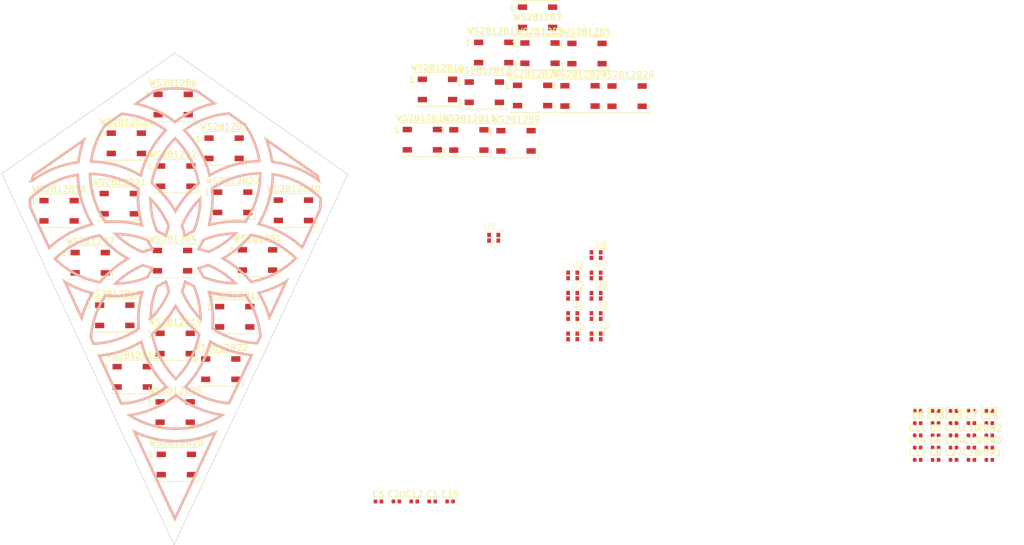
<source format=kicad_pcb>
(kicad_pcb (version 20240108) (generator "pcbnew") (generator_version "8.0")
  (layers (0 "F.Cu" signal) (31 "B.Cu" signal) (34 "B.Paste" user) (35 "F.Paste" user) (36 "B.SilkS" user "B.Silkscreen") (37 "F.SilkS" user "F.Silkscreen") (38 "B.Mask" user) (39 "F.Mask" user) (44 "Edge.Cuts" user))
  (net 0 "")
  (net 1 "GND")
  (net 2 "+5V")
  (net 3 "Data-in")
  (net 4 "Net-(WS2812B1-DOU)")
  (net 5 "Net-(WS2812B2-DOU)")
  (net 6 "Net-(WS2812B3-DOU)")
  (net 7 "Net-(WS2812B4-DOU)")
  (net 8 "Net-(WS2812B5-DOU)")
  (net 9 "Net-(WS2812B6-DOU)")
  (net 10 "Net-(U1-DOUT)")
  (net 11 "Net-(U2-DOUT)")
  (net 12 "Net-(WS2812B10-DIN)")
  (net 13 "ROW_02")
  (net 14 "Net-(WS2812B11-DOU)")
  (net 15 "Net-(WS2812B12-DOU)")
  (net 16 "Net-(WS2812B13-DOU)")
  (net 17 "Net-(WS2812B14-DOU)")
  (net 18 "Net-(WS2812B15-DOU)")
  (net 19 "Net-(WS2812B16-DOU)")
  (net 20 "Net-(WS2812B17-DOU)")
  (net 21 "Net-(WS2812B18-DOU)")
  (net 22 "Net-(WS2812B19-DOU)")
  (net 23 "ROW_03")
  (net 24 "Net-(WS2812B21-DOU)")
  (net 25 "Net-(WS2812B22-DOU)")
  (net 26 "Net-(WS2812B23-DOU)")
  (net 27 "Net-(WS2812B24-DOU)")
  (net 28 "Net-(WS2812B25-DOU)")
  (net 29 "Net-(WS2812B26-DOU)")
  (net 30 "Net-(WS2812B27-DOU)")
  (net 31 "Net-(U3-DOUT)")
  (net 32 "Net-(U4-DOUT)")
  (net 33 "Data-Out")
  (net 34 "Net-(U5-DOUT)")
  (net 35 "Net-(U6-DOUT)")
  (net 36 "Net-(U7-DOUT)")
  (net 37 "Net-(U8-DOUT)")
  (net 38 "Net-(U10-DIN)")
  (net 39 "Net-(WS2812B11-DIN)")
  (net 40 "Net-(WS2812B12-DIN)")
  (net 41 "Net-(WS2812B10-DOU)")
  (net 42 "Net-(WS2812B20-DOU)")
  (footprint "LED_SMD:LED_WS2812B_PLCC4_5.0x5.0mm_P3.2mm" (layer "F.Cu") (at 35.25 68.18)
    (property "Reference" "WS2812B16" (at 0 -3.5 0) (layer "F.SilkS"))
    (property "Value" "XL-5050RGBC-WS2812B")
    (fp_text user "1" (at -4.15 -1.6 0) (layer "F.SilkS"))
    (pad "1" smd rect (at -2.45 -1.65) (size 1.5 0.9) (layers "F.Cu" "F.Paste" "F.Mask") (net 2 "+5V"))
    (pad "2" smd rect (at -2.45 1.65) (size 1.5 0.9) (layers "F.Cu" "F.Paste" "F.Mask") (net 19 "Net-(WS2812B16-DOU)"))
    (pad "3" smd rect (at 2.45 1.65) (size 1.5 0.9) (layers "F.Cu" "F.Paste" "F.Mask") (net 1 "GND"))
    (pad "4" smd rect (at 2.45 -1.65) (size 1.5 0.9) (layers "F.Cu" "F.Paste" "F.Mask") (net 16 "Net-(WS2812B13-DOU)"))
  )
  (footprint "LED_SMD:LED_WS2812B_PLCC4_5.0x5.0mm_P3.2mm" (layer "F.Cu") (at 41.9 23.88)
    (property "Reference" "WS2812B6" (at 0 -3.5 0) (layer "F.SilkS"))
    (property "Value" "XL-5050RGBC-WS2812B")
    (fp_text user "1" (at -4.15 -1.6 0) (layer "F.SilkS"))
    (pad "1" smd rect (at -2.45 -1.65) (size 1.5 0.9) (layers "F.Cu" "F.Paste" "F.Mask") (net 2 "+5V"))
    (pad "2" smd rect (at -2.45 1.65) (size 1.5 0.9) (layers "F.Cu" "F.Paste" "F.Mask") (net 9 "Net-(WS2812B6-DOU)"))
    (pad "3" smd rect (at 2.45 1.65) (size 1.5 0.9) (layers "F.Cu" "F.Paste" "F.Mask") (net 1 "GND"))
    (pad "4" smd rect (at 2.45 -1.65) (size 1.5 0.9) (layers "F.Cu" "F.Paste" "F.Mask") (net 6 "Net-(WS2812B3-DOU)"))
  )
  (footprint "SWS-Library:XL-0807RGBC-WS2812B" (layer "F.Cu") (at 109.89 54.54)
    (property "Reference" "U8" (at 1.6 -1.35 0) (layer "F.SilkS") (effects (font (thickness 0.1))))
    (property "Value" " XL-0807RGBC-WS2812B" (hide yes))
    (pad "1" smd rect (at 1.5 0) (size 0.6 0.7) (layers "F.Cu" "F.Paste" "F.Mask") (net 2 "+5V"))
    (pad "2" smd rect (at 0 0) (size 0.6 0.7) (layers "F.Cu" "F.Paste" "F.Mask") (net 37 "Net-(U8-DOUT)"))
    (pad "3" smd rect (at 0 0.9) (size 0.6 0.7) (layers "F.Cu" "F.Paste" "F.Mask") (net 1 "GND"))
    (pad "4" smd rect (at 1.5 0.9) (size 0.6 0.7) (layers "F.Cu" "F.Paste" "F.Mask") (net 36 "Net-(U7-DOUT)"))
  )
  (footprint "LED_SMD:LED_WS2812B_PLCC4_5.0x5.0mm_P3.2mm" (layer "F.Cu") (at 42.23 62.75)
    (property "Reference" "WS2812B19" (at 0 -3.5 0) (layer "F.SilkS"))
    (property "Value" "XL-5050RGBC-WS2812B")
    (fp_text user "1" (at -4.15 -1.6 0) (layer "F.SilkS"))
    (pad "1" smd rect (at -2.45 -1.65) (size 1.5 0.9) (layers "F.Cu" "F.Paste" "F.Mask") (net 2 "+5V"))
    (pad "2" smd rect (at -2.45 1.65) (size 1.5 0.9) (layers "F.Cu" "F.Paste" "F.Mask") (net 22 "Net-(WS2812B19-DOU)"))
    (pad "3" smd rect (at 2.45 1.65) (size 1.5 0.9) (layers "F.Cu" "F.Paste" "F.Mask") (net 1 "GND"))
    (pad "4" smd rect (at 2.45 -1.65) (size 1.5 0.9) (layers "F.Cu" "F.Paste" "F.Mask") (net 19 "Net-(WS2812B16-DOU)"))
  )
  (footprint "SWS-Library:C_0402_1005Metric" (layer "F.Cu") (at 168.725 75.715)
    (property "Reference" "C18" (at 0 -1.17 0) (layer "F.SilkS"))
    (property "Value" "1uF,25V,X5R")
    (pad "1" smd roundrect (at -0.485 0) (size 0.59 0.64) (layers "F.Cu" "F.Paste" "F.Mask") (net 2 "+5V"))
    (pad "2" smd roundrect (at 0.485 0) (size 0.59 0.64) (layers "F.Cu" "F.Paste" "F.Mask") (net 1 "GND"))
  )
  (footprint "LED_SMD:LED_WS2812B_PLCC4_5.0x5.0mm_P3.2mm" (layer "F.Cu") (at 28.42 49.62)
    (property "Reference" "WS2812B7" (at 0 -3.5 0) (layer "F.SilkS"))
    (property "Value" "XL-5050RGBC-WS2812B")
    (fp_text user "1" (at -4.15 -1.6 0) (layer "F.SilkS"))
    (pad "1" smd rect (at -2.45 -1.65) (size 1.5 0.9) (layers "F.Cu" "F.Paste" "F.Mask") (net 2 "+5V"))
    (pad "2" smd rect (at -2.45 1.65) (size 1.5 0.9) (layers "F.Cu" "F.Paste" "F.Mask") (net 12 "Net-(WS2812B10-DIN)"))
    (pad "3" smd rect (at 2.45 1.65) (size 1.5 0.9) (layers "F.Cu" "F.Paste" "F.Mask") (net 1 "GND"))
    (pad "4" smd rect (at 2.45 -1.65) (size 1.5 0.9) (layers "F.Cu" "F.Paste" "F.Mask") (net 7 "Net-(WS2812B4-DOU)"))
  )
  (footprint "SWS-Library:XL-0807RGBC-WS2812B" (layer "F.Cu") (at 109.89 51.235)
    (property "Reference" "U7" (at 1.6 -1.35 0) (layer "F.SilkS") (effects (font (thickness 0.1))))
    (property "Value" " XL-0807RGBC-WS2812B" (hide yes))
    (pad "1" smd rect (at 1.5 0) (size 0.6 0.7) (layers "F.Cu" "F.Paste" "F.Mask") (net 2 "+5V"))
    (pad "2" smd rect (at 0 0) (size 0.6 0.7) (layers "F.Cu" "F.Paste" "F.Mask") (net 36 "Net-(U7-DOUT)"))
    (pad "3" smd rect (at 0 0.9) (size 0.6 0.7) (layers "F.Cu" "F.Paste" "F.Mask") (net 1 "GND"))
    (pad "4" smd rect (at 1.5 0.9) (size 0.6 0.7) (layers "F.Cu" "F.Paste" "F.Mask") (net 35 "Net-(U6-DOUT)"))
  )
  (footprint "SWS-Library:C_0402_1005Metric" (layer "F.Cu") (at 162.905 77.705)
    (property "Reference" "C11" (at 0 -1.17 0) (layer "F.SilkS"))
    (property "Value" "1uF,25V,X5R")
    (pad "1" smd roundrect (at -0.485 0) (size 0.59 0.64) (layers "F.Cu" "F.Paste" "F.Mask") (net 2 "+5V"))
    (pad "2" smd roundrect (at 0.485 0) (size 0.59 0.64) (layers "F.Cu" "F.Paste" "F.Mask") (net 1 "GND"))
  )
  (footprint "SWS-Library:C_0402_1005Metric" (layer "F.Cu") (at 78.175 88.45)
    (property "Reference" "C20" (at 0 -1.17 0) (layer "F.SilkS"))
    (property "Value" "1uF,25V,X5R")
    (pad "1" smd roundrect (at -0.485 0) (size 0.59 0.64) (layers "F.Cu" "F.Paste" "F.Mask") (net 2 "+5V"))
    (pad "2" smd roundrect (at 0.485 0) (size 0.59 0.64) (layers "F.Cu" "F.Paste" "F.Mask") (net 1 "GND"))
  )
  (footprint "SWS-Library:XL-0807RGBC-WS2812B" (layer "F.Cu") (at 106.085 51.235)
    (property "Reference" "U2" (at 1.6 -1.35 0) (layer "F.SilkS") (effects (font (thickness 0.1))))
    (property "Value" " XL-0807RGBC-WS2812B" (hide yes))
    (pad "1" smd rect (at 1.5 0) (size 0.6 0.7) (layers "F.Cu" "F.Paste" "F.Mask") (net 2 "+5V"))
    (pad "2" smd rect (at 0 0) (size 0.6 0.7) (layers "F.Cu" "F.Paste" "F.Mask") (net 11 "Net-(U2-DOUT)"))
    (pad "3" smd rect (at 0 0.9) (size 0.6 0.7) (layers "F.Cu" "F.Paste" "F.Mask") (net 1 "GND"))
    (pad "4" smd rect (at 1.5 0.9) (size 0.6 0.7) (layers "F.Cu" "F.Paste" "F.Mask") (net 10 "Net-(U1-DOUT)"))
  )
  (footprint "LOGO" (layer "F.Cu") (at 37.021649 59.936682)
    (property "Reference" "G***" (hide yes))
    (property "Value" "LOGO" (hide yes))
  )
  (footprint "LED_SMD:LED_WS2812B_PLCC4_5.0x5.0mm_P3.2mm" (layer "F.Cu") (at 100.32 22.41)
    (property "Reference" "WS2812B20" (at 0 -3.5 0) (layer "F.SilkS"))
    (property "Value" "XL-5050RGBC-WS2812B" (hide yes))
    (fp_text user "1" (at -4.15 -1.6 0) (layer "F.SilkS"))
    (pad "1" smd rect (at -2.45 -1.65) (size 1.5 0.9) (layers "F.Cu" "F.Paste" "F.Mask") (net 2 "+5V"))
    (pad "2" smd rect (at -2.45 1.65) (size 1.5 0.9) (layers "F.Cu" "F.Paste" "F.Mask") (net 42 "Net-(WS2812B20-DOU)"))
    (pad "3" smd rect (at 2.45 1.65) (size 1.5 0.9) (layers "F.Cu" "F.Paste" "F.Mask") (net 1 "GND"))
    (pad "4" smd rect (at 2.45 -1.65) (size 1.5 0.9) (layers "F.Cu" "F.Paste" "F.Mask") (net 20 "Net-(WS2812B17-DOU)"))
  )
  (footprint "LED_SMD:LED_WS2812B_PLCC4_5.0x5.0mm_P3.2mm" (layer "F.Cu") (at 101.52 15.52)
    (property "Reference" "WS2812B8" (at 0 -3.5 0) (layer "F.SilkS"))
    (property "Value" "XL-5050RGBC-WS2812B")
    (fp_text user "1" (at -4.15 -1.6 0) (layer "F.SilkS"))
    (pad "1" smd rect (at -2.45 -1.65) (size 1.5 0.9) (layers "F.Cu" "F.Paste" "F.Mask") (net 2 "+5V"))
    (pad "2" smd rect (at -2.45 1.65) (size 1.5 0.9) (layers "F.Cu" "F.Paste" "F.Mask") (net 39 "Net-(WS2812B11-DIN)"))
    (pad "3" smd rect (at 2.45 1.65) (size 1.5 0.9) (layers "F.Cu" "F.Paste" "F.Mask") (net 1 "GND"))
    (pad "4" smd rect (at 2.45 -1.65) (size 1.5 0.9) (layers "F.Cu" "F.Paste" "F.Mask") (net 8 "Net-(WS2812B5-DOU)"))
  )
  (footprint "SWS-Library:XL-0807RGBC-WS2812B" (layer "F.Cu") (at 106.085 57.845)
    (property "Reference" "U4" (at 1.6 -1.35 0) (layer "F.SilkS") (effects (font (thickness 0.1))))
    (property "Value" " XL-0807RGBC-WS2812B" (hide yes))
    (pad "1" smd rect (at 1.5 0) (size 0.6 0.7) (layers "F.Cu" "F.Paste" "F.Mask") (net 2 "+5V"))
    (pad "2" smd rect (at 0 0) (size 0.6 0.7) (layers "F.Cu" "F.Paste" "F.Mask") (net 32 "Net-(U4-DOUT)"))
    (pad "3" smd rect (at 0 0.9) (size 0.6 0.7) (layers "F.Cu" "F.Paste" "F.Mask") (net 1 "GND"))
    (pad "4" smd rect (at 1.5 0.9) (size 0.6 0.7) (layers "F.Cu" "F.Paste" "F.Mask") (net 31 "Net-(U3-DOUT)"))
  )
  (footprint "SWS-Library:C_0402_1005Metric" (layer "F.Cu") (at 165.815 77.705)
    (property "Reference" "C3" (at 0 -1.17 0) (layer "F.SilkS"))
    (property "Value" "1uF,25V,X5R")
    (pad "1" smd roundrect (at -0.485 0) (size 0.59 0.64) (layers "F.Cu" "F.Paste" "F.Mask") (net 2 "+5V"))
    (pad "2" smd roundrect (at 0.485 0) (size 0.59 0.64) (layers "F.Cu" "F.Paste" "F.Mask") (net 1 "GND"))
  )
  (footprint "SWS-Library:C_0402_1005Metric" (layer "F.Cu") (at 168.725 79.695)
    (property "Reference" "C24" (at 0 -1.17 0) (layer "F.SilkS"))
    (property "Value" "1uF,25V,X5R")
    (pad "1" smd roundrect (at -0.485 0) (size 0.59 0.64) (layers "F.Cu" "F.Paste" "F.Mask") (net 2 "+5V"))
    (pad "2" smd roundrect (at 0.485 0) (size 0.59 0.64) (layers "F.Cu" "F.Paste" "F.Mask") (net 1 "GND"))
  )
  (footprint "SWS-Library:C_0402_1005Metric" (layer "F.Cu") (at 171.635 73.725)
    (property "Reference" "C4" (at 0 0 0) (layer "F.SilkS"))
    (property "Value" "1uF,25V,X5R")
    (pad "1" smd roundrect (at -0.485 0) (size 0.59 0.64) (layers "F.Cu" "F.Paste" "F.Mask") (net 2 "+5V"))
    (pad "2" smd roundrect (at 0.485 0) (size 0.59 0.64) (layers "F.Cu" "F.Paste" "F.Mask") (net 1 "GND"))
  )
  (footprint "SWS-Library:C_0402_1005Metric" (layer "F.Cu") (at 162.905 73.725)
    (property "Reference" "C2" (at 0 0 0) (layer "F.SilkS"))
    (property "Value" "1uF,25V,X5R")
    (pad "1" smd roundrect (at -0.485 0) (size 0.59 0.64) (layers "F.Cu" "F.Paste" "F.Mask") (net 2 "+5V"))
    (pad "2" smd roundrect (at 0.485 0) (size 0.59 0.64) (layers "F.Cu" "F.Paste" "F.Mask") (net 1 "GND"))
  )
  (footprint "SWS-Library:C_0402_1005Metric" (layer "F.Cu") (at 174.545 77.705)
    (property "Reference" "ROW2" (at 0 -1.17 0) (layer "F.SilkS"))
    (property "Value" "10uF,10V,X5R ")
    (pad "1" smd roundrect (at -0.485 0) (size 0.59 0.64) (layers "F.Cu" "F.Paste" "F.Mask") (net 1 "GND"))
    (pad "2" smd roundrect (at 0.485 0) (size 0.59 0.64) (layers "F.Cu" "F.Paste" "F.Mask") (net 2 "+5V"))
  )
  (footprint "LED_SMD:LED_WS2812B_PLCC4_5.0x5.0mm_P3.2mm" (layer "F.Cu") (at 41.8 49.28)
    (property "Reference" "WS2812B4" (at 0 -3.5 0) (layer "F.SilkS"))
    (property "Value" "XL-5050RGBC-WS2812B")
    (fp_text user "1" (at -4.15 -1.6 0) (layer "F.SilkS"))
    (pad "1" smd rect (at -2.45 -1.65) (size 1.5 0.9) (layers "F.Cu" "F.Paste" "F.Mask") (net 2 "+5V"))
    (pad "2" smd rect (at -2.45 1.65) (size 1.5 0.9) (layers "F.Cu" "F.Paste" "F.Mask") (net 7 "Net-(WS2812B4-DOU)"))
    (pad "3" smd rect (at 2.45 1.65) (size 1.5 0.9) (layers "F.Cu" "F.Paste" "F.Mask") (net 1 "GND"))
    (pad "4" smd rect (at 2.45 -1.65) (size 1.5 0.9) (layers "F.Cu" "F.Paste" "F.Mask") (net 4 "Net-(WS2812B1-DOU)"))
  )
  (footprint "SWS-Library:XL-0807RGBC-WS2812B" (layer "F.Cu") (at 109.89 61.15)
    (property "Reference" "U10" (at 1.6 -1.35 0) (layer "F.SilkS") (effects (font (thickness 0.1))))
    (property "Value" " XL-0807RGBC-WS2812B" (hide yes))
    (pad "1" smd rect (at 1.5 0) (size 0.6 0.7) (layers "F.Cu" "F.Paste" "F.Mask") (net 2 "+5V"))
    (pad "2" smd rect (at 0 0) (size 0.6 0.7) (layers "F.Cu" "F.Paste" "F.Mask") (net 13 "ROW_02"))
    (pad "3" smd rect (at 0 0.9) (size 0.6 0.7) (layers "F.Cu" "F.Paste" "F.Mask") (net 1 "GND"))
    (pad "4" smd rect (at 1.5 0.9) (size 0.6 0.7) (layers "F.Cu" "F.Paste" "F.Mask") (net 38 "Net-(U10-DIN)"))
  )
  (footprint "SWS-Library:XL-0807RGBC-WS2812B" (layer "F.Cu") (at 109.89 57.845)
    (property "Reference" "U9" (at 1.6 -1.35 0) (layer "F.SilkS") (effects (font (thickness 0.1))))
    (property "Value" " XL-0807RGBC-WS2812B" (hide yes))
    (pad "1" smd rect (at 1.5 0) (size 0.6 0.7) (layers "F.Cu" "F.Paste" "F.Mask") (net 2 "+5V"))
    (pad "2" smd rect (at 0 0) (size 0.6 0.7) (layers "F.Cu" "F.Paste" "F.Mask") (net 38 "Net-(U10-DIN)"))
    (pad "3" smd rect (at 0 0.9) (size 0.6 0.7) (layers "F.Cu" "F.Paste" "F.Mask") (net 1 "GND"))
    (pad "4" smd rect (at 1.5 0.9) (size 0.6 0.7) (layers "F.Cu" "F.Paste" "F.Mask") (net 37 "Net-(U8-DOUT)"))
  )
  (footprint "LED_SMD:LED_WS2812B_PLCC4_5.0x5.0mm_P3.2mm" (layer "F.Cu") (at 50.18 31)
    (property "Reference" "WS2812B3" (at 0 -3.5 0) (layer "F.SilkS"))
    (property "Value" "XL-5050RGBC-WS2812B")
    (fp_text user "1" (at -4.15 -1.6 0) (layer "F.SilkS"))
    (pad "1" smd rect (at -2.45 -1.65) (size 1.5 0.9) (layers "F.Cu" "F.Paste" "F.Mask") (net 2 "+5V"))
    (pad "2" smd rect (at -2.45 1.65) (size 1.5 0.9) (layers "F.Cu" "F.Paste" "F.Mask") (net 6 "Net-(WS2812B3-DOU)"))
    (pad "3" smd rect (at 2.45 1.65) (size 1.5 0.9) (layers "F.Cu" "F.Paste" "F.Mask") (net 1 "GND"))
    (pad "4" smd rect (at 2.45 -1.65) (size 1.5 0.9) (layers "F.Cu" "F.Paste" "F.Mask") (net 13 "ROW_02"))
  )
  (footprint "SWS-Library:XL-0807RGBC-WS2812B" (layer "F.Cu") (at 109.89 47.93)
    (property "Reference" "U6" (at 1.6 -1.35 0) (layer "F.SilkS") (effects (font (thickness 0.1))))
    (property "Value" " XL-0807RGBC-WS2812B" (hide yes))
    (pad "1" smd rect (at 1.5 0) (size 0.6 0.7) (layers "F.Cu" "F.Paste" "F.Mask") (net 2 "+5V"))
    (pad "2" smd rect (at 0 0) (size 0.6 0.7) (layers "F.Cu" "F.Paste" "F.Mask") (net 35 "Net-(U6-DOUT)"))
    (pad "3" smd rect (at 0 0.9) (size 0.6 0.7) (layers "F.Cu" "F.Paste" "F.Mask") (net 1 "GND"))
    (pad "4" smd rect (at 1.5 0.9) (size 0.6 0.7) (layers "F.Cu" "F.Paste" "F.Mask") (net 34 "Net-(U5-DOUT)"))
  )
  (footprint "SWS-Library:C_0402_1005Metric" (layer "F.Cu") (at 174.545 79.695)
    (property "Reference" "ROW3" (at 0 -1.17 0) (layer "F.SilkS"))
    (property "Value" "10uF,10V,X5R ")
    (pad "1" smd roundrect (at -0.485 0) (size 0.59 0.64) (layers "F.Cu" "F.Paste" "F.Mask") (net 1 "GND"))
    (pad "2" smd roundrect (at 0.485 0) (size 0.59 0.64) (layers "F.Cu" "F.Paste" "F.Mask") (net 2 "+5V"))
  )
  (footprint "LED_SMD:LED_WS2812B_PLCC4_5.0x5.0mm_P3.2mm" (layer "F.Cu") (at 108.02 22.48)
    (property "Reference" "WS2812B23" (at 0 -3.5 0) (layer "F.SilkS"))
    (property "Value" "XL-5050RGBC-WS2812B")
    (fp_text user "1" (at -4.15 -1.6 0) (layer "F.SilkS"))
    (pad "1" smd rect (at -2.45 -1.65) (size 1.5 0.9) (layers "F.Cu" "F.Paste" "F.Mask") (net 2 "+5V"))
    (pad "2" smd rect (at -2.45 1.65) (size 1.5 0.9) (layers "F.Cu" "F.Paste" "F.Mask") (net 26 "Net-(WS2812B23-DOU)"))
    (pad "3" smd rect (at 2.45 1.65) (size 1.5 0.9) (layers "F.Cu" "F.Paste" "F.Mask") (net 1 "GND"))
    (pad "4" smd rect (at 2.45 -1.65) (size 1.5 0.9) (layers "F.Cu" "F.Paste" "F.Mask") (net 42 "Net-(WS2812B20-DOU)"))
  )
  (footprint "SWS-Library:C_0402_1005Metric" (layer "F.Cu") (at 165.815 81.685)
    (property "Reference" "C9" (at 0 -1.17 0) (layer "F.SilkS"))
    (property "Value" "1uF,25V,X5R")
    (pad "1" smd roundrect (at -0.485 0) (size 0.59 0.64) (layers "F.Cu" "F.Paste" "F.Mask") (net 2 "+5V"))
    (pad "2" smd roundrect (at 0.485 0) (size 0.59 0.64) (layers "F.Cu" "F.Paste" "F.Mask") (net 1 "GND"))
  )
  (footprint "LED_SMD:LED_WS2812B_PLCC4_5.0x5.0mm_P3.2mm" (layer "F.Cu") (at 109.16 15.59)
    (property "Reference" "WS2812B5" (at 0 -3.5 0) (layer "F.SilkS"))
    (property "Value" "XL-5050RGBC-WS2812B")
    (fp_text user "1" (at -4.15 -1.6 0) (layer "F.SilkS"))
    (pad "1" smd rect (at -2.45 -1.65) (size 1.5 0.9) (layers "F.Cu" "F.Paste" "F.Mask") (net 2 "+5V"))
    (pad "2" smd rect (at -2.45 1.65) (size 1.5 0.9) (layers "F.Cu" "F.Paste" "F.Mask") (net 8 "Net-(WS2812B5-DOU)"))
    (pad "3" smd rect (at 2.45 1.65) (size 1.5 0.9) (layers "F.Cu" "F.Paste" "F.Mask") (net 1 "GND"))
    (pad "4" smd rect (at 2.45 -1.65) (size 1.5 0.9) (layers "F.Cu" "F.Paste" "F.Mask") (net 5 "Net-(WS2812B2-DOU)"))
  )
  (footprint "LED_SMD:LED_WS2812B_PLCC4_5.0x5.0mm_P3.2mm" (layer "F.Cu") (at 23.36 41.16)
    (property "Reference" "WS2812B18" (at 0 -3.5 0) (layer "F.SilkS"))
    (property "Value" "XL-5050RGBC-WS2812B")
    (fp_text user "1" (at -4.15 -1.6 0) (layer "F.SilkS"))
    (pad "1" smd rect (at -2.45 -1.65) (size 1.5 0.9) (layers "F.Cu" "F.Paste" "F.Mask") (net 2 "+5V"))
    (pad "2" smd rect (at -2.45 1.65) (size 1.5 0.9) (layers "F.Cu" "F.Paste" "F.Mask") (net 21 "Net-(WS2812B18-DOU)"))
    (pad "3" smd rect (at 2.45 1.65) (size 1.5 0.9) (layers "F.Cu" "F.Paste" "F.Mask") (net 1 "GND"))
    (pad "4" smd rect (at 2.45 -1.65) (size 1.5 0.9) (layers "F.Cu" "F.Paste" "F.Mask") (net 18 "Net-(WS2812B15-DOU)"))
  )
  (footprint "SWS-Library:C_0402_1005Metric" (layer "F.Cu") (at 162.905 79.695)
    (property "Reference" "C14" (at 0 -1.17 0) (layer "F.SilkS"))
    (property "Value" "1uF,25V,X5R")
    (pad "1" smd roundrect (at -0.485 0) (size 0.59 0.64) (layers "F.Cu" "F.Paste" "F.Mask") (net 2 "+5V"))
    (pad "2" smd roundrect (at 0.485 0) (size 0.59 0.64) (layers "F.Cu" "F.Paste" "F.Mask") (net 1 "GND"))
  )
  (footprint "SWS-Library:XL-0807RGBC-WS2812B" (layer "F.Cu") (at 106.085 61.15)
    (property "Reference" "U5" (at 1.6 -1.35 0) (layer "F.SilkS") (effects (font (thickness 0.1))))
    (property "Value" " XL-0807RGBC-WS2812B" (hide yes))
    (pad "1" smd rect (at 1.5 0) (size 0.6 0.7) (layers "F.Cu" "F.Paste" "F.Mask") (net 2 "+5V"))
    (pad "2" smd rect (at 0 0) (size 0.6 0.7) (layers "F.Cu" "F.Paste" "F.Mask") (net 34 "Net-(U5-DOUT)"))
    (pad "3" smd rect (at 0 0.9) (size 0.6 0.7) (layers "F.Cu" "F.Paste" "F.Mask") (net 1 "GND"))
    (pad "4" smd rect (at 1.5 0.9) (size 0.6 0.7) (layers "F.Cu" "F.Paste" "F.Mask") (net 32 "Net-(U4-DOUT)"))
  )
  (footprint "LED_SMD:LED_WS2812B_PLCC4_5.0x5.0mm_P3.2mm" (layer "F.Cu") (at 42.42 82.44)
    (property "Reference" "WS2812B28" (at 0 -3.5 0) (layer "F.SilkS"))
    (property "Value" "XL-5050RGBC-WS2812B")
    (fp_text user "1" (at -4.15 -1.6 0) (layer "F.SilkS"))
    (pad "1" smd rect (at -2.45 -1.65) (size 1.5 0.9) (layers "F.Cu" "F.Paste" "F.Mask") (net 2 "+5V"))
    (pad "2" smd rect (at -2.45 1.65) (size 1.5 0.9) (layers "F.Cu" "F.Paste" "F.Mask") (net 33 "Data-Out"))
    (pad "3" smd rect (at 2.45 1.65) (size 1.5 0.9) (layers "F.Cu" "F.Paste" "F.Mask") (net 1 "GND"))
    (pad "4" smd rect (at 2.45 -1.65) (size 1.5 0.9) (layers "F.Cu" "F.Paste" "F.Mask") (net 28 "Net-(WS2812B25-DOU)"))
  )
  (footprint "LED_SMD:LED_WS2812B_PLCC4_5.0x5.0mm_P3.2mm" (layer "F.Cu") (at 94 15.42)
    (property "Reference" "WS2812B11" (at 0 -3.5 0) (layer "F.SilkS"))
    (property "Value" "XL-5050RGBC-WS2812B")
    (fp_text user "1" (at -4.15 -1.6 0) (layer "F.SilkS"))
    (pad "1" smd rect (at -2.45 -1.65) (size 1.5 0.9) (layers "F.Cu" "F.Paste" "F.Mask") (net 2 "+5V"))
    (pad "2" smd rect (at -2.45 1.65) (size 1.5 0.9) (layers "F.Cu" "F.Paste" "F.Mask") (net 14 "Net-(WS2812B11-DOU)"))
    (pad "3" smd rect (at 2.45 1.65) (size 1.5 0.9) (layers "F.Cu" "F.Paste" "F.Mask") (net 1 "GND"))
    (pad "4" smd rect (at 2.45 -1.65) (size 1.5 0.9) (layers "F.Cu" "F.Paste" "F.Mask") (net 39 "Net-(WS2812B11-DIN)"))
  )
  (footprint "SWS-Library:C_0402_1005Metric" (layer "F.Cu") (at 81.085 88.45)
    (property "Reference" "C12" (at 0 -1.17 0) (layer "F.SilkS"))
    (property "Value" "1uF,25V,X5R")
    (pad "1" smd roundrect (at -0.485 0) (size 0.59 0.64) (layers "F.Cu" "F.Paste" "F.Mask") (net 2 "+5V"))
    (pad "2" smd roundrect (at 0.485 0) (size 0.59 0.64) (layers "F.Cu" "F.Paste" "F.Mask") (net 1 "GND"))
  )
  (footprint "LED_SMD:LED_WS2812B_PLCC4_5.0x5.0mm_P3.2mm" (layer "F.Cu") (at 32.41 58.17)
    (property "Reference" "WS2812B10" (at 0 -3.5 0) (layer "F.SilkS"))
    (property "Value" "XL-5050RGBC-WS2812B")
    (fp_text user "1" (at -4.15 -1.6 0) (layer "F.SilkS"))
    (pad "1" smd rect (at -2.45 -1.65) (size 1.5 0.9) (layers "F.Cu" "F.Paste" "F.Mask") (net 2 "+5V"))
    (pad "2" smd rect (at -2.45 1.65) (size 1.5 0.9) (layers "F.Cu" "F.Paste" "F.Mask") (net 41 "Net-(WS2812B10-DOU)"))
    (pad "3" smd rect (at 2.45 1.65) (size 1.5 0.9) (layers "F.Cu" "F.Paste" "F.Mask") (net 1 "GND"))
    (pad "4" smd rect (at 2.45 -1.65) (size 1.5 0.9) (layers "F.Cu" "F.Paste" "F.Mask") (net 12 "Net-(WS2812B10-DIN)"))
  )
  (footprint "LED_SMD:LED_WS2812B_PLCC4_5.0x5.0mm_P3.2mm" (layer "F.Cu") (at 97.62 29.79)
    (property "Reference" "WS2812B9" (at 0 -3.5 0) (layer "F.SilkS"))
    (property "Value" "XL-5050RGBC-WS2812B")
    (fp_text user "1" (at -4.15 -1.6 0) (layer "F.SilkS"))
    (pad "1" smd rect (at -2.45 -1.65) (size 1.5 0.9) (layers "F.Cu" "F.Paste" "F.Mask") (net 2 "+5V"))
    (pad "2" smd rect (at -2.45 1.65) (size 1.5 0.9) (layers "F.Cu" "F.Paste" "F.Mask") (net 40 "Net-(WS2812B12-DIN)"))
    (pad "3" smd rect (at 2.45 1.65) (size 1.5 0.9) (layers "F.Cu" "F.Paste" "F.Mask") (net 1 "GND"))
    (pad "4" smd rect (at 2.45 -1.65) (size 1.5 0.9) (layers "F.Cu" "F.Paste" "F.Mask") (net 9 "Net-(WS2812B6-DOU)"))
  )
  (footprint "LED_SMD:LED_WS2812B_PLCC4_5.0x5.0mm_P3.2mm" (layer "F.Cu") (at 115.67 22.52)
    (property "Reference" "WS2812B26" (at 0 -3.5 0) (layer "F.SilkS"))
    (property "Value" "XL-5050RGBC-WS2812B")
    (fp_text user "1" (at -4.15 -1.6 0) (layer "F.SilkS"))
    (pad "1" smd rect (at -2.45 -1.65) (size 1.5 0.9) (layers "F.Cu" "F.Paste" "F.Mask") (net 2 "+5V"))
    (pad "2" smd rect (at -2.45 1.65) (size 1.5 0.9) (layers "F.Cu" "F.Paste" "F.Mask") (net 29 "Net-(WS2812B26-DOU)"))
    (pad "3" smd rect (at 2.45 1.65) (size 1.5 0.9) (layers "F.Cu" "F.Paste" "F.Mask") (net 1 "GND"))
    (pad "4" smd rect (at 2.45 -1.65) (size 1.5 0.9) (layers "F.Cu" "F.Paste" "F.Mask") (net 26 "Net-(WS2812B23-DOU)"))
  )
  (footprint "SWS-Library:C_0402_1005Metric" (layer "F.Cu") (at 174.545 81.685)
    (property "Reference" "ROW1" (at 0 -1.17 0) (layer "F.SilkS"))
    (property "Value" "10uF,10V,X5R ")
    (pad "1" smd roundrect (at -0.485 0) (size 0.59 0.64) (layers "F.Cu" "F.Paste" "F.Mask") (net 1 "GND"))
    (pad "2" smd roundrect (at 0.485 0) (size 0.59 0.64) (layers "F.Cu" "F.Paste" "F.Mask") (net 2 "+5V"))
  )
  (footprint "LED_SMD:LED_WS2812B_PLCC4_5.0x5.0mm_P3.2mm" (layer "F.Cu") (at 55.62 49.17)
    (property "Reference" "WS2812B1" (at 0 -3.5 0) (layer "F.SilkS"))
    (property "Value" "XL-5050RGBC-WS2812B")
    (fp_text user "1" (at -4.15 -1.6 0) (layer "F.SilkS"))
    (pad "1" smd rect (at -2.45 -1.65) (size 1.5 0.9) (layers "F.Cu" "F.Paste" "F.Mask") (net 2 "+5V"))
    (pad "2" smd rect (at -2.45 1.65) (size 1.5 0.9) (layers "F.Cu" "F.Paste" "F.Mask") (net 4 "Net-(WS2812B1-DOU)"))
    (pad "3" smd rect (at 2.45 1.65) (size 1.5 0.9) (layers "F.Cu" "F.Paste" "F.Mask") (net 1 "GND"))
    (pad "4" smd rect (at 2.45 -1.65) (size 1.5 0.9) (layers "F.Cu" "F.Paste" "F.Mask") (net 23 "ROW_03"))
  )
  (footprint "LED_SMD:LED_WS2812B_PLCC4_5.0x5.0mm_P3.2mm" (layer "F.Cu") (at 84.86 21.43)
    (property "Reference" "WS2812B14" (at 0 -3.5 0) (layer "F.SilkS"))
    (property "Value" "XL-5050RGBC-WS2812B")
    (fp_text user "1" (at -4.15 -1.6 0) (layer "F.SilkS"))
    (pad "1" smd rect (at -2.45 -1.65) (size 1.5 0.9) (layers "F.Cu" "F.Paste" "F.Mask") (net 2 "+5V"))
    (pad "2" smd rect (at -2.45 1.65) (size 1.5 0.9) (layers "F.Cu" "F.Paste" "F.Mask") (net 17 "Net-(WS2812B14-DOU)"))
    (pad "3" smd rect (at 2.45 1.65) (size 1.5 0.9) (layers "F.Cu" "F.Paste" "F.Mask") (net 1 "GND"))
    (pad "4" smd rect (at 2.45 -1.65) (size 1.5 0.9) (layers "F.Cu" "F.Paste" "F.Mask") (net 14 "Net-(WS2812B11-DOU)"))
  )
  (footprint "LED_SMD:LED_WS2812B_PLCC4_5.0x5.0mm_P3.2mm" (layer "F.Cu") (at 42.23 73.91)
    (property "Reference" "WS2812B25" (at 0 -3.5 0) (layer "F.SilkS"))
    (property "Value" "XL-5050RGBC-WS2812B")
    (fp_text user "1" (at -4.15 -1.6 0) (layer "F.SilkS"))
    (pad "1" smd rect (at -2.45 -1.65) (size 1.5 0.9) (layers "F.Cu" "F.Paste" "F.Mask") (net 2 "+5V"))
    (pad "2" smd rect (at -2.45 1.65) (size 1.5 0.9) (layers "F.Cu" "F.Paste" "F.Mask") (net 28 "Net-(WS2812B25-DOU)"))
    (pad "3" smd rect (at 2.45 1.65) (size 1.5 0.9) (layers "F.Cu" "F.Paste" "F.Mask") (net 1 "GND"))
    (pad "4" smd rect (at 2.45 -1.65) (size 1.5 0.9) (layers "F.Cu" "F.Paste" "F.Mask") (net 25 "Net-(WS2812B22-DOU)"))
  )
  (footprint "LED_SMD:LED_WS2812B_PLCC4_5.0x5.0mm_P3.2mm" (layer "F.Cu") (at 101.12 9.69)
    (property "Reference" "WS2812B2" (at 0 0 0) (layer "F.SilkS"))
    (property "Value" "XL-5050RGBC-WS2812B" (hide yes))
    (fp_text user "1" (at -4.15 -1.6 0) (layer "F.SilkS"))
    (pad "1" smd rect (at -2.45 -1.65) (size 1.5 0.9) (layers "F.Cu" "F.Paste" "F.Mask") (net 2 "+5V"))
    (pad "2" smd rect (at -2.45 1.65) (size 1.5 0.9) (layers "F.Cu" "F.Paste" "F.Mask") (net 5 "Net-(WS2812B2-DOU)"))
    (pad "3" smd rect (at 2.45 1.65) (size 1.5 0.9) (layers "F.Cu" "F.Paste" "F.Mask") (net 1 "GND"))
    (pad "4" smd rect (at 2.45 -1.65) (size 1.5 0.9) (layers "F.Cu" "F.Paste" "F.Mask") (net 3 "Data-in"))
  )
  (footprint "LED_SMD:LED_WS2812B_PLCC4_5.0x5.0mm_P3.2mm" (layer "F.Cu") (at 82.4 29.6)
    (property "Reference" "WS2812B15" (at 0 -3.5 0) (layer "F.SilkS"))
    (property "Value" "XL-5050RGBC-WS2812B")
    (fp_text user "1" (at -4.15 -1.6 0) (layer "F.SilkS"))
    (pad "1" smd rect (at -2.45 -1.65) (size 1.5 0.9) (layers "F.Cu" "F.Paste" "F.Mask") (net 2 "+5V"))
    (pad "2" smd rect (at -2.45 1.65) (size 1.5 0.9) (layers "F.Cu" "F.Paste" "F.Mask") (net 18 "Net-(WS2812B15-DOU)"))
    (pad "3" smd rect (at 2.45 1.65) (size 1.5 0.9) (layers "F.Cu" "F.Paste" "F.Mask") (net 1 "GND"))
    (pad "4" smd rect (at 2.45 -1.65) (size 1.5 0.9) (layers "F.Cu" "F.Paste" "F.Mask") (net 15 "Net-(WS2812B12-DOU)"))
  )
  (footprint "SWS-Library:C_0402_1005Metric" (layer "F.Cu") (at 174.545 75.715)
    (property "Reference" "C25" (at 0 -1.17 0) (layer "F.SilkS"))
    (property "Value" "1uF,25V,X5R")
    (pad "1" smd roundrect (at -0.485 0) (size 0.59 0.64) (layers "F.Cu" "F.Paste" "F.Mask") (net 2 "+5V"))
    (pad "2" smd roundrect (at 0.485 0) (size 0.59 0.64) (layers "F.Cu" "F.Paste" "F.Mask") (net 1 "GND"))
  )
  (footprint "LED_SMD:LED_WS2812B_PLCC4_5.0x5.0mm_P3.2mm" (layer "F.Cu") (at 34.29 30.19)
    (property "Reference" "WS2812B29" (at 0 -3.5 0) (layer "F.SilkS"))
    (property "Value" "XL-5050RGBC-WS2812B")
    (fp_text user "1" (at -4.15 -1.6 0) (layer "F.SilkS"))
    (pad "1" smd rect (at -2.45 -1.65) (size 1.5 0.9) (layers "F.Cu" "F.Paste" "F.Mask") (net 2 "+5V"))
    (pad "2" smd rect (at -2.45 1.65) (size 1.5 0.9) (layers "F.Cu" "F.Paste" "F.Mask") (net 13 "ROW_02"))
    (pad "3" smd rect (at 2.45 1.65) (size 1.5 0.9) (layers "F.Cu" "F.Paste" "F.Mask") (net 1 "GND"))
    (pad "4" smd rect (at 2.45 -1.65) (size 1.5 0.9) (layers "F.Cu" "F.Paste" "F.Mask") (net 29 "Net-(WS2812B26-DOU)"))
  )
  (footprint "SWS-Library:C_0402_1005Metric" (layer "F.Cu") (at 171.635 81.685)
    (property "Reference" "C16" (at 0 -1.17 0) (layer "F.SilkS"))
    (property "Value" "1uF,25V,X5R")
    (pad "1" smd roundrect (at -0.485 0) (size 0.59 0.64) (layers "F.Cu" "F.Paste" "F.Mask") (net 2 "+5V"))
    (pad "2" smd roundrect (at 0.485 0) (size 0.59 0.64) (layers "F.Cu" "F.Paste" "F.Mask") (net 1 "GND"))
  )
  (footprint "SWS-Library:C_0402_1005Metric" (layer "F.Cu") (at 171.635 75.715)
    (property "Reference" "C7" (at 0 -1.17 0) (layer "F.SilkS"))
    (property "Value" "1uF,25V,X5R")
    (pad "1" smd roundrect (at -0.485 0) (size 0.59 0.64) (layers "F.Cu" "F.Paste" "F.Mask") (net 2 "+5V"))
    (pad "2" smd roundrect (at 0.485 0) (size 0.59 0.64) (layers "F.Cu" "F.Paste" "F.Mask") (net 1 "GND"))
  )
  (footprint "SWS-Library:C_0402_1005Metric" (layer "F.Cu") (at 171.635 79.695)
    (property "Reference" "C13" (at 0 -1.17 0) (layer "F.SilkS"))
    (property "Value" "1uF,25V,X5R")
    (pad "1" smd roundrect (at -0.485 0) (size 0.59 0.64) (layers "F.Cu" "F.Paste" "F.Mask") (net 2 "+5V"))
    (pad "2" smd roundrect (at 0.485 0) (size 0.59 0.64) (layers "F.Cu" "F.Paste" "F.Mask") (net 1 "GND"))
  )
  (footprint "SWS-Library:XL-0807RGBC-WS2812B" (layer "F.Cu") (at 106.085 54.54)
    (property "Reference" "U3" (at 1.6 -1.35 0) (layer "F.SilkS") (effects (font (thickness 0.1))))
    (property "Value" " XL-0807RGBC-WS2812B" (hide yes))
    (pad "1" smd rect (at 1.5 0) (size 0.6 0.7) (layers "F.Cu" "F.Paste" "F.Mask") (net 2 "+5V"))
    (pad "2" smd rect (at 0 0) (size 0.6 0.7) (layers "F.Cu" "F.Paste" "F.Mask") (net 31 "Net-(U3-DOUT)"))
    (pad "3" smd rect (at 0 0.9) (size 0.6 0.7) (layers "F.Cu" "F.Paste" "F.Mask") (net 1 "GND"))
    (pad "4" smd rect (at 1.5 0.9) (size 0.6 0.7) (layers "F.Cu" "F.Paste" "F.Mask") (net 11 "Net-(U2-DOUT)"))
  )
  (footprint "LED_SMD:LED_WS2812B_PLCC4_5.0x5.0mm_P3.2mm" (layer "F.Cu") (at 51.91 58.41)
    (property "Reference" "WS2812B13" (at 0 -3.5 0) (layer "F.SilkS"))
    (property "Value" "XL-5050RGBC-WS2812B")
    (fp_text user "1" (at -4.15 -1.6 0) (layer "F.SilkS"))
    (pad "1" smd rect (at -2.45 -1.65) (size 1.5 0.9) (layers "F.Cu" "F.Paste" "F.Mask") (net 2 "+5V"))
    (pad "2" smd rect (at -2.45 1.65) (size 1.5 0.9) (layers "F.Cu" "F.Paste" "F.Mask") (net 16 "Net-(WS2812B13-DOU)"))
    (pad "3" smd rect (at 2.45 1.65) (size 1.5 0.9) (layers "F.Cu" "F.Paste" "F.Mask") (net 1 "GND"))
    (pad "4" smd rect (at 2.45 -1.65) (size 1.5 0.9) (layers "F.Cu" "F.Paste" "F.Mask") (net 41 "Net-(WS2812B10-DOU)"))
  )
  (footprint "LED_SMD:LED_WS2812B_PLCC4_5.0x5.0mm_P3.2mm" (layer "F.Cu") (at 51.58 39.79)
    (property "Reference" "WS2812B27" (at 0 -3.5 0) (layer "F.SilkS"))
    (property "Value" "XL-5050RGBC-WS2812B")
    (fp_text user "1" (at -4.15 -1.6 0) (layer "F.SilkS"))
    (pad "1" smd rect (at -2.45 -1.65) (size 1.5 0.9) (layers "F.Cu" "F.Paste" "F.Mask") (net 2 "+5V"))
    (pad "2" smd rect (at -2.45 1.65) (size 1.5 0.9) (layers "F.Cu" "F.Paste" "F.Mask") (net 30 "Net-(WS2812B27-DOU)"))
    (pad "3" smd rect (at 2.45 1.65) (size 1.5 0.9) (layers "F.Cu" "F.Paste" "F.Mask") (net 1 "GND"))
    (pad "4" smd rect (at 2.45 -1.65) (size 1.5 0.9) (layers "F.Cu" "F.Paste" "F.Mask") (net 27 "Net-(WS2812B24-DOU)"))
  )
  (footprint "SWS-Library:C_0402_1005Metric" (layer "F.Cu") (at 162.905 81.685)
    (property "Reference" "C17" (at 0 -1.17 0) (layer "F.SilkS"))
    (property "Value" "1uF,25V,X5R")
    (pad "1" smd roundrect (at -0.485 0) (size 0.59 0.64) (layers "F.Cu" "F.Paste" "F.Mask") (net 2 "+5V"))
    (pad "2" smd roundrect (at 0.485 0) (size 0.59 0.64) (layers "F.Cu" "F.Paste" "F.Mask") (net 1 "GND"))
  )
  (footprint "SWS-Library:C_0402_1005Metric" (layer "F.Cu") (at 75.265 88.45)
    (property "Reference" "C5" (at 0 -1.17 0) (layer "F.SilkS"))
    (property "Value" "1uF,25V,X5R")
    (pad "1" smd roundrect (at -0.485 0) (size 0.59 0.64) (layers "F.Cu" "F.Paste" "F.Mask") (net 2 "+5V"))
    (pad "2" smd roundrect (at 0.485 0) (size 0.59 0.64) (layers "F.Cu" "F.Paste" "F.Mask") (net 1 "GND"))
  )
  (footprint "SWS-Library:C_0402_1005Metric" (layer "F.Cu") (at 168.725 73.725)
    (property "Reference" "C15" (at 0 0 0) (layer "F.SilkS"))
    (property "Value" "1uF,25V,X5R")
    (pad "1" smd roundrect (at -0.485 0) (size 0.59 0.64) (layers "F.Cu" "F.Paste" "F.Mask") (net 2 "+5V"))
    (pad "2" smd roundrect (at 0.485 0) (size 0.59 0.64) (layers "F.Cu" "F.Paste" "F.Mask") (net 1 "GND"))
  )
  (footprint "SWS-Library:C_0402_1005Metric" (layer "F.Cu") (at 171.635 77.705)
    (property "Reference" "C10" (at 0 -1.17 0) (layer "F.SilkS"))
    (property "Value" "1uF,25V,X5R")
    (pad "1" smd roundrect (at -0.485 0) (size 0.59 0.64) (layers "F.Cu" "F.Paste" "F.Mask") (net 2 "+5V"))
    (pad "2" smd roundrect (at 0.485 0) (size 0.59 0.64) (layers "F.Cu" "F.Paste" "F.Mask") (net 1 "GND"))
  )
  (footprint "SWS-Library:C_0402_1005Metric" (layer "F.Cu") (at 165.815 79.695)
    (property "Reference" "C6" (at 0 -1.17 0) (layer "F.SilkS"))
    (property "Value" "1uF,25V,X5R")
    (pad "1" smd roundrect (at -0.485 0) (size 0.59 0.64) (layers "F.Cu" "F.Paste" "F.Mask") (net 2 "+5V"))
    (pad "2" smd roundrect (at 0.485 0) (size 0.59 0.64) (layers "F.Cu" "F.Paste" "F.Mask") (net 1 "GND"))
  )
  (footprint "SWS-Library:C_0402_1005Metric" (layer "F.Cu") (at 165.815 75.715)
    (property "Reference" "C26" (at 0 -1.17 0) (layer "F.SilkS"))
    (property "Value" "1uF,25V,X5R")
    (pad "1" smd roundrect (at -0.485 0) (size 0.59 0.64) (layers "F.Cu" "F.Paste" "F.Mask") (net 2 "+5V"))
    (pad "2" smd roundrect (at 0.485 0) (size 0.59 0.64) (layers "F.Cu" "F.Paste" "F.Mask") (net 1 "GND"))
  )
  (footprint "SWS-Library:C_0402_1005Metric" (layer "F.Cu") (at 174.545 73.725)
    (property "Reference" "C22" (at 0 0 0) (layer "F.SilkS"))
    (property "Value" "1uF,25V,X5R")
    (pad "1" smd roundrect (at -0.485 0) (size 0.59 0.64) (layers "F.Cu" "F.Paste" "F.Mask") (net 2 "+5V"))
    (pad "2" smd roundrect (at 0.485 0) (size 0.59 0.64) (layers "F.Cu" "F.Paste" "F.Mask") (net 1 "GND"))
  )
  (footprint "SWS-Library:C_0402_1005Metric" (layer "F.Cu") (at 165.815 73.725)
    (property "Reference" "C23" (at 0 0 0) (layer "F.SilkS"))
    (property "Value" "1uF,25V,X5R")
    (pad "1" smd roundrect (at -0.485 0) (size 0.59 0.64) (layers "F.Cu" "F.Paste" "F.Mask") (net 2 "+5V"))
    (pad "2" smd roundrect (at 0.485 0) (size 0.59 0.64) (layers "F.Cu" "F.Paste" "F.Mask") (net 1 "GND"))
  )
  (footprint "LED_SMD:LED_WS2812B_PLCC4_5.0x5.0mm_P3.2mm" (layer "F.Cu") (at 42.33 35.53)
    (property "Reference" "WS2812B24" (at 0 -3.5 0) (layer "F.SilkS"))
    (property "Value" "XL-5050RGBC-WS2812B")
    (fp_text user "1" (at -4.15 -1.6 0) (layer "F.SilkS"))
    (pad "1" smd rect (at -2.45 -1.65) (size 1.5 0.9) (layers "F.Cu" "F.Paste" "F.Mask") (net 2 "+5V"))
    (pad "2" smd rect (at -2.45 1.65) (size 1.5 0.9) (layers "F.Cu" "F.Paste" "F.Mask") (net 27 "Net-(WS2812B24-DOU)"))
    (pad "3" smd rect (at 2.45 1.65) (size 1.5 0.9) (layers "F.Cu" "F.Paste" "F.Mask") (net 1 "GND"))
    (pad "4" smd rect (at 2.45 -1.65) (size 1.5 0.9) (layers "F.Cu" "F.Paste" "F.Mask") (net 24 "Net-(WS2812B21-DOU)"))
  )
  (footprint "LED_SMD:LED_WS2812B_PLCC4_5.0x5.0mm_P3.2mm" (layer "F.Cu") (at 92.47 21.88)
    (property "Reference" "WS2812B17" (at 0 -3.5 0) (layer "F.SilkS"))
    (property "Value" "XL-5050RGBC-WS2812B")
    (fp_text user "1" (at -4.15 -1.6 0) (layer "F.SilkS"))
    (pad "1" smd rect (at -2.45 -1.65) (size 1.5 0.9) (layers "F.Cu" "F.Paste" "F.Mask") (net 2 "+5V"))
    (pad "2" smd rect (at -2.45 1.65) (size 1.5 0.9) (layers "F.Cu" "F.Paste" "F.Mask") (net 20 "Net-(WS2812B17-DOU)"))
    (pad "3" smd rect (at 2.45 1.65) (size 1.5 0.9) (layers "F.Cu" "F.Paste" "F.Mask") (net 1 "GND"))
    (pad "4" smd rect (at 2.45 -1.65) (size 1.5 0.9) (layers "F.Cu" "F.Paste" "F.Mask") (net 17 "Net-(WS2812B14-DOU)"))
  )
  (footprint "SWS-Library:C_0402_1005Metric" (layer "F.Cu") (at 162.905 75.715)
    (property "Reference" "C8" (at 0 -1.17 0) (layer "F.SilkS"))
    (property "Value" "1uF,25V,X5R")
    (pad "1" smd roundrect (at -0.485 0) (size 0.59 0.64) (layers "F.Cu" "F.Paste" "F.Mask") (net 2 "+5V"))
    (pad "2" smd roundrect (at 0.485 0) (size 0.59 0.64) (layers "F.Cu" "F.Paste" "F.Mask") (net 1 "GND"))
  )
  (footprint "SWS-Library:XL-0807RGBC-WS2812B" (layer "F.Cu") (at 93.2425 45.1075)
    (property "Reference" "U1" (at 0.2375 -1.4175 0) (layer "F.SilkS") (effects (font (thickness 0.1))))
    (property "Value" " XL-0807RGBC-WS2812B" (hide yes))
    (pad "1" smd rect (at 1.5 0) (size 0.6 0.7) (layers "F.Cu" "F.Paste" "F.Mask") (net 2 "+5V"))
    (pad "2" smd rect (at 0 0) (size 0.6 0.7) (layers "F.Cu" "F.Paste" "F.Mask") (net 10 "Net-(U1-DOUT)"))
    (pad "3" smd rect (at 0 0.9) (size 0.6 0.7) (layers "F.Cu" "F.Paste" "F.Mask") (net 1 "GND"))
    (pad "4" smd rect (at 1.5 0.9) (size 0.6 0.7) (layers "F.Cu" "F.Paste" "F.Mask") (net 3 "Data-in"))
  )
  (footprint "SWS-Library:C_0402_1005Metric" (layer "F.Cu") (at 83.995 88.45)
    (property "Reference" "C1" (at 0 -1.17 0) (layer "F.SilkS"))
    (property "Value" "1uF,25V,X5R")
    (pad "1" smd roundrect (at -0.485 0) (size 0.59 0.64) (layers "F.Cu" "F.Paste" "F.Mask") (net 2 "+5V"))
    (pad "2" smd roundrect (at 0.485 0) (size 0.59 0.64) (layers "F.Cu" "F.Paste" "F.Mask") (net 1 "GND"))
  )
  (footprint "LED_SMD:LED_WS2812B_PLCC4_5.0x5.0mm_P3.2mm" (layer "F.Cu") (at 33.14 40.01)
    (property "Reference" "WS2812B21" (at 0 -3.5 0) (layer "F.SilkS"))
    (property "Value" "XL-5050RGBC-WS2812B")
    (fp_text user "1" (at -4.15 -1.6 0) (layer "F.SilkS"))
    (pad "1" smd rect (at -2.45 -1.65) (size 1.5 0.9) (layers "F.Cu" "F.Paste" "F.Mask") (net 2 "+5V"))
    (pad "2" smd rect (at -2.45 1.65) (size 1.5 0.9) (layers "F.Cu" "F.Paste" "F.Mask") (net 24 "Net-(WS2812B21-DOU)"))
    (pad "3" smd rect (at 2.45 1.65) (size 1.5 0.9) (layers "F.Cu" "F.Paste" "F.Mask") (net 1 "GND"))
    (pad "4" smd rect (at 2.45 -1.65) (size 1.5 0.9) (layers "F.Cu" "F.Paste" "F.Mask") (net 21 "Net-(WS2812B18-DOU)"))
  )
  (footprint "LOGO" (layer "F.Cu") (at 37.021649 59.936682)
    (property "Reference" "G***" (hide yes))
    (property "Value" "LOGO" (hide yes))
  )
  (footprint "SWS-Library:C_0402_1005Metric" (layer "F.Cu") (at 168.725 81.685)
    (property "Reference" "C27" (at 0 -1.17 0) (layer "F.SilkS"))
    (property "Value" "1uF,25V,X5R")
    (pad "1" smd roundrect (at -0.485 0) (size 0.59 0.64) (layers "F.Cu" "F.Paste" "F.Mask") (net 2 "+5V"))
    (pad "2" smd roundrect (at 0.485 0) (size 0.59 0.64) (layers "F.Cu" "F.Paste" "F.Mask") (net 1 "GND"))
  )
  (footprint "SWS-Library:C_0402_1005Metric" (layer "F.Cu") (at 86.905 88.45)
    (property "Reference" "C19" (at 0 -1.17 0) (layer "F.SilkS"))
    (property "Value" "1uF,25V,X5R")
    (pad "1" smd roundrect (at -0.485 0) (size 0.59 0.64) (layers "F.Cu" "F.Paste" "F.Mask") (net 2 "+5V"))
    (pad "2" smd roundrect (at 0.485 0) (size 0.59 0.64) (layers "F.Cu" "F.Paste" "F.Mask") (net 1 "GND"))
  )
  (footprint "SWS-Library:C_0402_1005Metric" (layer "F.Cu") (at 168.725 77.705)
    (property "Reference" "C21" (at 0 -1.17 0) (layer "F.SilkS"))
    (property "Value" "1uF,25V,X5R")
    (pad "1" smd roundrect (at -0.485 0) (size 0.59 0.64) (layers "F.Cu" "F.Paste" "F.Mask") (net 2 "+5V"))
    (pad "2" smd roundrect (at 0.485 0) (size 0.59 0.64) (layers "F.Cu" "F.Paste" "F.Mask") (net 1 "GND"))
  )
  (footprint "LED_SMD:LED_WS2812B_PLCC4_5.0x5.0mm_P3.2mm" (layer "F.Cu") (at 61.45 41.09)
    (property "Reference" "WS2812B30" (at 0 -3.5 0) (layer "F.SilkS"))
    (property "Value" "XL-5050RGBC-WS2812B")
    (fp_text user "1" (at -4.15 -1.6 0) (layer "F.SilkS"))
    (pad "1" smd rect (at -2.45 -1.65) (size 1.5 0.9) (layers "F.Cu" "F.Paste" "F.Mask") (net 2 "+5V"))
    (pad "2" smd rect (at -2.45 1.65) (size 1.5 0.9) (layers "F.Cu" "F.Paste" "F.Mask") (net 23 "ROW_03"))
    (pad "3" smd rect (at 2.45 1.65) (size 1.5 0.9) (layers "F.Cu" "F.Paste" "F.Mask") (net 1 "GND"))
    (pad "4" smd rect (at 2.45 -1.65) (size 1.5 0.9) (layers "F.Cu" "F.Paste" "F.Mask") (net 30 "Net-(WS2812B27-DOU)"))
  )
  (footprint "LED_SMD:LED_WS2812B_PLCC4_5.0x5.0mm_P3.2mm" (layer "F.Cu") (at 49.64 66.93)
    (property "Reference" "WS2812B22" (at 0 -3.5 0) (layer "F.SilkS"))
    (property "Value" "XL-5050RGBC-WS2812B")
    (fp_text user "1" (at -4.15 -1.6 0) (layer "F.SilkS"))
    (pad "1" smd rect (at -2.45 -1.65) (size 1.5 0.9) (layers "F.Cu" "F.Paste" "F.Mask") (net 2 "+5V"))
    (pad "2" smd rect (at -2.45 1.65) (size 1.5 0.9) (layers "F.Cu" "F.Paste" "F.Mask") (net 25 "Net-(WS2812B22-DOU)"))
    (pad "3" smd rect (at 2.45 1.65) (size 1.5 0.9) (layers "F.Cu" "F.Paste" "F.Mask") (net 1 "GND"))
    (pad "4" smd rect (at 2.45 -1.65) (size 1.5 0.9) (layers "F.Cu" "F.Paste" "F.Mask") (net 22 "Net-(WS2812B19-DOU)"))
  )
  (footprint "LED_SMD:LED_WS2812B_PLCC4_5.0x5.0mm_P3.2mm" (layer "F.Cu") (at 89.96 29.65)
    (property "Reference" "WS2812B12" (at 0 -3.5 0) (layer "F.SilkS"))
    (property "Value" "XL-5050RGBC-WS2812B")
    (fp_text user "1" (at -4.15 -1.6 0) (layer "F.SilkS"))
    (pad "1" smd rect (at -2.45 -1.65) (size 1.5 0.9) (layers "F.Cu" "F.Paste" "F.Mask") (net 2 "+5V"))
    (pad "2" smd rect (at -2.45 1.65) (size 1.5 0.9) (layers "F.Cu" "F.Paste" "F.Mask") (net 15 "Net-(WS2812B12-DOU)"))
    (pad "3" smd rect (at 2.45 1.65) (size 1.5 0.9) (layers "F.Cu" "F.Paste" "F.Mask") (net 1 "GND"))
    (pad "4" smd rect (at 2.45 -1.65) (size 1.5 0.9) (layers "F.Cu" "F.Paste" "F.Mask") (net 40 "Net-(WS2812B12-DIN)"))
  )
  (gr_line (start 70.286049 35.268782) (end 70.290849 35.262282) (stroke (width 0.1)) (layer "Edge.Cuts"))
  (gr_line (start 53.958149 23.766682) (end 42.212749 15.499502) (stroke (width 0.1)) (layer "Edge.Cuts"))
  (gr_line (start 14.041749 35.123782) (end 42.036349 95.499482) (stroke (width 0.1)) (layer "Edge.Cuts"))
  (gr_line (start 57.240649 63.101082) (end 57.252449 63.099382) (stroke (width 0.1)) (layer "Edge.Cuts"))
  (gr_line (start 57.252449 63.099382) (end 58.255349 60.961182) (stroke (width 0.1)) (layer "Edge.Cuts"))
  (gr_line (start 52.830049 72.507582) (end 52.841449 72.506682) (stroke (width 0.1)) (layer "Edge.Cuts"))
  (gr_line (start 67.148549 41.976282) (end 67.154949 41.986582) (stroke (width 0.1)) (layer "Edge.Cuts"))
  (gr_line (start 68.129249 39.886882) (end 70.293249 35.272082) (stroke (width 0.1)) (layer "Edge.Cuts"))
  (gr_line (start 64.689149 31.313882) (end 53.967149 23.767482) (stroke (width 0.1)) (layer "Edge.Cuts"))
  (gr_line (start 42.203949 15.499502) (end 14.044149 35.114382) (stroke (width 0.1)) (layer "Edge.Cuts"))
  (gr_line (start 52.841449 72.506682) (end 57.232649 63.143082) (stroke (width 0.1)) (layer "Edge.Cuts"))
  (gr_line (start 64.693149 31.322182) (end 64.689149 31.313882) (stroke (width 0.1)) (layer "Edge.Cuts"))
  (gr_line (start 67.154949 41.986582) (end 68.135649 39.895982) (stroke (width 0.1)) (layer "Edge.Cuts"))
  (gr_line (start 68.135649 39.895982) (end 68.129249 39.886882) (stroke (width 0.1)) (layer "Edge.Cuts"))
  (gr_line (start 14.044149 35.114382) (end 14.048949 35.120682) (stroke (width 0.1)) (layer "Edge.Cuts"))
  (gr_line (start 63.014449 50.813782) (end 63.960149 48.797882) (stroke (width 0.1)) (layer "Edge.Cuts"))
  (gr_line (start 58.243549 60.963682) (end 63.008049 50.803582) (stroke (width 0.1)) (layer "Edge.Cuts"))
  (gr_line (start 42.036349 95.499482) (end 42.043549 95.496282) (stroke (width 0.1)) (layer "Edge.Cuts"))
  (gr_line (start 63.008049 50.803582) (end 63.014449 50.813782) (stroke (width 0.1)) (layer "Edge.Cuts"))
  (gr_line (start 57.232649 63.143082) (end 57.235849 63.111682) (stroke (width 0.1)) (layer "Edge.Cuts"))
  (gr_line (start 42.048649 95.498082) (end 52.830049 72.507582) (stroke (width 0.1)) (layer "Edge.Cuts"))
  (gr_line (start 70.293249 35.272082) (end 70.286049 35.268782) (stroke (width 0.1)) (layer "Edge.Cuts"))
  (gr_line (start 42.048649 95.498082) (end 42.048649 95.498082) (stroke (width 0.1)) (layer "Edge.Cuts"))
  (gr_line (start 70.290849 35.262282) (end 64.693149 31.322182) (stroke (width 0.1)) (layer "Edge.Cuts"))
  (gr_line (start 42.212749 15.499502) (end 42.207949 15.505902) (stroke (width 0.1)) (layer "Edge.Cuts"))
  (gr_line (start 63.960149 48.797882) (end 63.953749 48.788782) (stroke (width 0.1)) (layer "Edge.Cuts"))
  (gr_line (start 53.967149 23.767482) (end 53.958149 23.766682) (stroke (width 0.1)) (layer "Edge.Cuts"))
  (gr_line (start 58.255349 60.961182) (end 58.243549 60.963682) (stroke (width 0.1)) (layer "Edge.Cuts"))
  (gr_line (start 14.048949 35.120682) (end 14.041749 35.123782) (stroke (width 0.1)) (layer "Edge.Cuts"))
  (gr_line (start 57.235849 63.111682) (end 57.240649 63.101082) (stroke (width 0.1)) (layer "Edge.Cuts"))
  (gr_line (start 42.207949 15.505902) (end 42.203949 15.499502) (stroke (width 0.1)) (layer "Edge.Cuts"))
  (gr_line (start 42.043549 95.496282) (end 42.048649 95.498082) (stroke (width 0.1)) (layer "Edge.Cuts"))
  (gr_line (start 63.953749 48.788782) (end 67.148549 41.976282) (stroke (width 0.1)) (layer "Edge.Cuts"))
)
</source>
